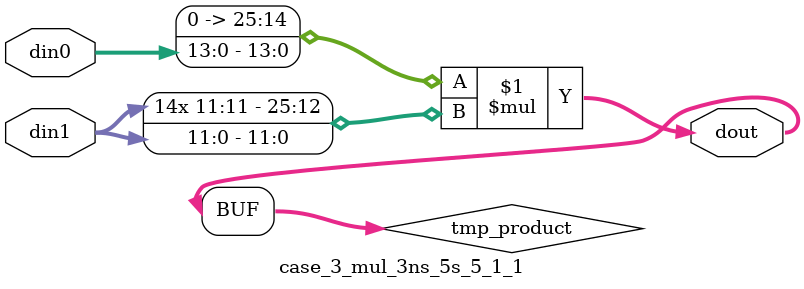
<source format=v>

`timescale 1 ns / 1 ps

 module case_3_mul_3ns_5s_5_1_1(din0, din1, dout);
parameter ID = 1;
parameter NUM_STAGE = 0;
parameter din0_WIDTH = 14;
parameter din1_WIDTH = 12;
parameter dout_WIDTH = 26;

input [din0_WIDTH - 1 : 0] din0; 
input [din1_WIDTH - 1 : 0] din1; 
output [dout_WIDTH - 1 : 0] dout;

wire signed [dout_WIDTH - 1 : 0] tmp_product;

























assign tmp_product = $signed({1'b0, din0}) * $signed(din1);










assign dout = tmp_product;





















endmodule

</source>
